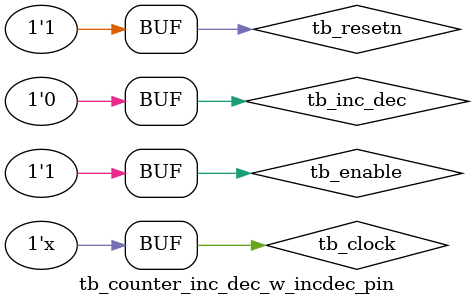
<source format=v>

`timescale 1ns/1ps

module tb_counter_inc_dec_w_incdec_pin();

// reg decleration ( all inputs of DUT)
   reg         tb_resetn;
   reg         tb_clock;
   reg         tb_enable;
   reg         tb_inc_dec;

// wire decleration ( all outputs of DUT)
   wire [7:0]  tb_count_out;


 // parameters
   parameter CLOCK_PERIOD = 5;


// instsantiate the DUT
 counter_inc_dec_w_incdec_pin counter_inst
 (
   .resetn		(tb_resetn),            // input active low reset
   .clock		(tb_clock),             // clock
   .enable   	(tb_enable),            // data enable signal
   .inc_dec    (tb_inc_dec),              // selcet mode for incr or dec counter
   .count_out 	(tb_count_out)          // counter output

 );


 // initialization of signals
 initial
   begin
      tb_resetn   	= 1'b0;
      tb_clock    	= 1'b0;
      #20;
      tb_resetn   = 1'b1;
      #30;
    end

 initial
    begin
       tb_enable = 1'b1;
    end

initial
    begin
       tb_inc_dec  = 1'b1;
       #50
       tb_inc_dec  = 1'b0;
       #70
       tb_inc_dec  = 1'b1;
       #30
        tb_inc_dec = 1'b0;
    end



  // clock generation
 always
 #( CLOCK_PERIOD/2 )tb_clock = ~tb_clock;



  endmodule

</source>
